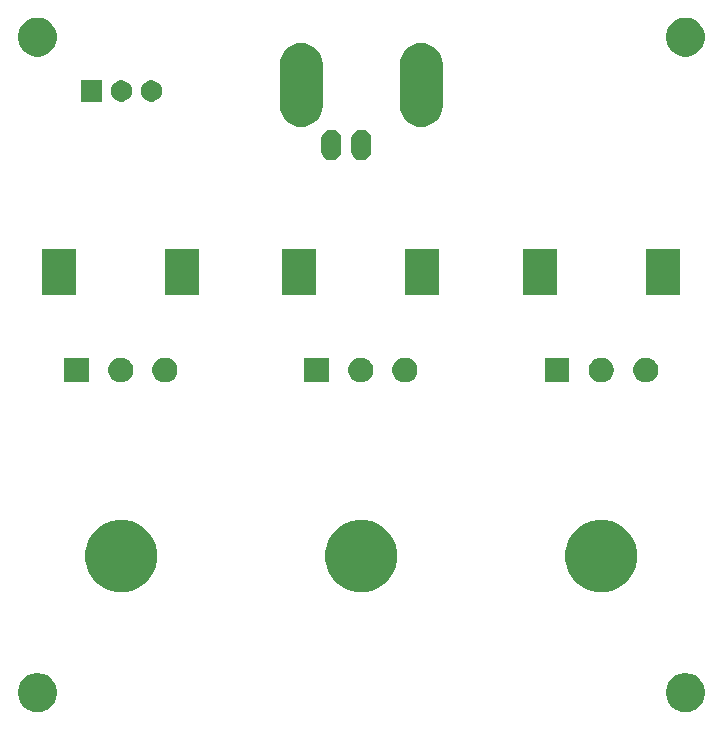
<source format=gbr>
G04 #@! TF.GenerationSoftware,KiCad,Pcbnew,(5.1.5-0-10_14)*
G04 #@! TF.CreationDate,2020-03-13T23:12:58-07:00*
G04 #@! TF.ProjectId,SigGenAdapter,53696747-656e-4416-9461-707465722e6b,rev?*
G04 #@! TF.SameCoordinates,Original*
G04 #@! TF.FileFunction,Soldermask,Bot*
G04 #@! TF.FilePolarity,Negative*
%FSLAX46Y46*%
G04 Gerber Fmt 4.6, Leading zero omitted, Abs format (unit mm)*
G04 Created by KiCad (PCBNEW (5.1.5-0-10_14)) date 2020-03-13 23:12:58*
%MOMM*%
%LPD*%
G04 APERTURE LIST*
%ADD10C,0.100000*%
G04 APERTURE END LIST*
D10*
G36*
X125089256Y-111802298D02*
G01*
X125195579Y-111823447D01*
X125496042Y-111947903D01*
X125766451Y-112128585D01*
X125996415Y-112358549D01*
X126177097Y-112628958D01*
X126301553Y-112929421D01*
X126365000Y-113248391D01*
X126365000Y-113573609D01*
X126301553Y-113892579D01*
X126177097Y-114193042D01*
X125996415Y-114463451D01*
X125766451Y-114693415D01*
X125496042Y-114874097D01*
X125195579Y-114998553D01*
X125089256Y-115019702D01*
X124876611Y-115062000D01*
X124551389Y-115062000D01*
X124338744Y-115019702D01*
X124232421Y-114998553D01*
X123931958Y-114874097D01*
X123661549Y-114693415D01*
X123431585Y-114463451D01*
X123250903Y-114193042D01*
X123126447Y-113892579D01*
X123063000Y-113573609D01*
X123063000Y-113248391D01*
X123126447Y-112929421D01*
X123250903Y-112628958D01*
X123431585Y-112358549D01*
X123661549Y-112128585D01*
X123931958Y-111947903D01*
X124232421Y-111823447D01*
X124338744Y-111802298D01*
X124551389Y-111760000D01*
X124876611Y-111760000D01*
X125089256Y-111802298D01*
G37*
G36*
X70225256Y-111802298D02*
G01*
X70331579Y-111823447D01*
X70632042Y-111947903D01*
X70902451Y-112128585D01*
X71132415Y-112358549D01*
X71313097Y-112628958D01*
X71437553Y-112929421D01*
X71501000Y-113248391D01*
X71501000Y-113573609D01*
X71437553Y-113892579D01*
X71313097Y-114193042D01*
X71132415Y-114463451D01*
X70902451Y-114693415D01*
X70632042Y-114874097D01*
X70331579Y-114998553D01*
X70225256Y-115019702D01*
X70012611Y-115062000D01*
X69687389Y-115062000D01*
X69474744Y-115019702D01*
X69368421Y-114998553D01*
X69067958Y-114874097D01*
X68797549Y-114693415D01*
X68567585Y-114463451D01*
X68386903Y-114193042D01*
X68262447Y-113892579D01*
X68199000Y-113573609D01*
X68199000Y-113248391D01*
X68262447Y-112929421D01*
X68386903Y-112628958D01*
X68567585Y-112358549D01*
X68797549Y-112128585D01*
X69067958Y-111947903D01*
X69368421Y-111823447D01*
X69474744Y-111802298D01*
X69687389Y-111760000D01*
X70012611Y-111760000D01*
X70225256Y-111802298D01*
G37*
G36*
X118491943Y-98920248D02*
G01*
X119047189Y-99150238D01*
X119047190Y-99150239D01*
X119546899Y-99484134D01*
X119971866Y-99909101D01*
X119971867Y-99909103D01*
X120305762Y-100408811D01*
X120535752Y-100964057D01*
X120653000Y-101553501D01*
X120653000Y-102154499D01*
X120535752Y-102743943D01*
X120305762Y-103299189D01*
X120305761Y-103299190D01*
X119971866Y-103798899D01*
X119546899Y-104223866D01*
X119295347Y-104391948D01*
X119047189Y-104557762D01*
X118491943Y-104787752D01*
X117902499Y-104905000D01*
X117301501Y-104905000D01*
X116712057Y-104787752D01*
X116156811Y-104557762D01*
X115908653Y-104391948D01*
X115657101Y-104223866D01*
X115232134Y-103798899D01*
X114898239Y-103299190D01*
X114898238Y-103299189D01*
X114668248Y-102743943D01*
X114551000Y-102154499D01*
X114551000Y-101553501D01*
X114668248Y-100964057D01*
X114898238Y-100408811D01*
X115232133Y-99909103D01*
X115232134Y-99909101D01*
X115657101Y-99484134D01*
X116156810Y-99150239D01*
X116156811Y-99150238D01*
X116712057Y-98920248D01*
X117301501Y-98803000D01*
X117902499Y-98803000D01*
X118491943Y-98920248D01*
G37*
G36*
X98171943Y-98920248D02*
G01*
X98727189Y-99150238D01*
X98727190Y-99150239D01*
X99226899Y-99484134D01*
X99651866Y-99909101D01*
X99651867Y-99909103D01*
X99985762Y-100408811D01*
X100215752Y-100964057D01*
X100333000Y-101553501D01*
X100333000Y-102154499D01*
X100215752Y-102743943D01*
X99985762Y-103299189D01*
X99985761Y-103299190D01*
X99651866Y-103798899D01*
X99226899Y-104223866D01*
X98975347Y-104391948D01*
X98727189Y-104557762D01*
X98171943Y-104787752D01*
X97582499Y-104905000D01*
X96981501Y-104905000D01*
X96392057Y-104787752D01*
X95836811Y-104557762D01*
X95588653Y-104391948D01*
X95337101Y-104223866D01*
X94912134Y-103798899D01*
X94578239Y-103299190D01*
X94578238Y-103299189D01*
X94348248Y-102743943D01*
X94231000Y-102154499D01*
X94231000Y-101553501D01*
X94348248Y-100964057D01*
X94578238Y-100408811D01*
X94912133Y-99909103D01*
X94912134Y-99909101D01*
X95337101Y-99484134D01*
X95836810Y-99150239D01*
X95836811Y-99150238D01*
X96392057Y-98920248D01*
X96981501Y-98803000D01*
X97582499Y-98803000D01*
X98171943Y-98920248D01*
G37*
G36*
X77851943Y-98920248D02*
G01*
X78407189Y-99150238D01*
X78407190Y-99150239D01*
X78906899Y-99484134D01*
X79331866Y-99909101D01*
X79331867Y-99909103D01*
X79665762Y-100408811D01*
X79895752Y-100964057D01*
X80013000Y-101553501D01*
X80013000Y-102154499D01*
X79895752Y-102743943D01*
X79665762Y-103299189D01*
X79665761Y-103299190D01*
X79331866Y-103798899D01*
X78906899Y-104223866D01*
X78655347Y-104391948D01*
X78407189Y-104557762D01*
X77851943Y-104787752D01*
X77262499Y-104905000D01*
X76661501Y-104905000D01*
X76072057Y-104787752D01*
X75516811Y-104557762D01*
X75268653Y-104391948D01*
X75017101Y-104223866D01*
X74592134Y-103798899D01*
X74258239Y-103299190D01*
X74258238Y-103299189D01*
X74028248Y-102743943D01*
X73911000Y-102154499D01*
X73911000Y-101553501D01*
X74028248Y-100964057D01*
X74258238Y-100408811D01*
X74592133Y-99909103D01*
X74592134Y-99909101D01*
X75017101Y-99484134D01*
X75516810Y-99150239D01*
X75516811Y-99150238D01*
X76072057Y-98920248D01*
X76661501Y-98803000D01*
X77262499Y-98803000D01*
X77851943Y-98920248D01*
G37*
G36*
X94523000Y-87157000D02*
G01*
X92421000Y-87157000D01*
X92421000Y-85055000D01*
X94523000Y-85055000D01*
X94523000Y-87157000D01*
G37*
G36*
X80958564Y-85095389D02*
G01*
X81149833Y-85174615D01*
X81149835Y-85174616D01*
X81321973Y-85289635D01*
X81468365Y-85436027D01*
X81583385Y-85608167D01*
X81662611Y-85799436D01*
X81703000Y-86002484D01*
X81703000Y-86209516D01*
X81662611Y-86412564D01*
X81583385Y-86603833D01*
X81583384Y-86603835D01*
X81468365Y-86775973D01*
X81321973Y-86922365D01*
X81149835Y-87037384D01*
X81149834Y-87037385D01*
X81149833Y-87037385D01*
X80958564Y-87116611D01*
X80755516Y-87157000D01*
X80548484Y-87157000D01*
X80345436Y-87116611D01*
X80154167Y-87037385D01*
X80154166Y-87037385D01*
X80154165Y-87037384D01*
X79982027Y-86922365D01*
X79835635Y-86775973D01*
X79720616Y-86603835D01*
X79720615Y-86603833D01*
X79641389Y-86412564D01*
X79601000Y-86209516D01*
X79601000Y-86002484D01*
X79641389Y-85799436D01*
X79720615Y-85608167D01*
X79835635Y-85436027D01*
X79982027Y-85289635D01*
X80154165Y-85174616D01*
X80154167Y-85174615D01*
X80345436Y-85095389D01*
X80548484Y-85055000D01*
X80755516Y-85055000D01*
X80958564Y-85095389D01*
G37*
G36*
X77208564Y-85095389D02*
G01*
X77399833Y-85174615D01*
X77399835Y-85174616D01*
X77571973Y-85289635D01*
X77718365Y-85436027D01*
X77833385Y-85608167D01*
X77912611Y-85799436D01*
X77953000Y-86002484D01*
X77953000Y-86209516D01*
X77912611Y-86412564D01*
X77833385Y-86603833D01*
X77833384Y-86603835D01*
X77718365Y-86775973D01*
X77571973Y-86922365D01*
X77399835Y-87037384D01*
X77399834Y-87037385D01*
X77399833Y-87037385D01*
X77208564Y-87116611D01*
X77005516Y-87157000D01*
X76798484Y-87157000D01*
X76595436Y-87116611D01*
X76404167Y-87037385D01*
X76404166Y-87037385D01*
X76404165Y-87037384D01*
X76232027Y-86922365D01*
X76085635Y-86775973D01*
X75970616Y-86603835D01*
X75970615Y-86603833D01*
X75891389Y-86412564D01*
X75851000Y-86209516D01*
X75851000Y-86002484D01*
X75891389Y-85799436D01*
X75970615Y-85608167D01*
X76085635Y-85436027D01*
X76232027Y-85289635D01*
X76404165Y-85174616D01*
X76404167Y-85174615D01*
X76595436Y-85095389D01*
X76798484Y-85055000D01*
X77005516Y-85055000D01*
X77208564Y-85095389D01*
G37*
G36*
X74203000Y-87157000D02*
G01*
X72101000Y-87157000D01*
X72101000Y-85055000D01*
X74203000Y-85055000D01*
X74203000Y-87157000D01*
G37*
G36*
X101278564Y-85095389D02*
G01*
X101469833Y-85174615D01*
X101469835Y-85174616D01*
X101641973Y-85289635D01*
X101788365Y-85436027D01*
X101903385Y-85608167D01*
X101982611Y-85799436D01*
X102023000Y-86002484D01*
X102023000Y-86209516D01*
X101982611Y-86412564D01*
X101903385Y-86603833D01*
X101903384Y-86603835D01*
X101788365Y-86775973D01*
X101641973Y-86922365D01*
X101469835Y-87037384D01*
X101469834Y-87037385D01*
X101469833Y-87037385D01*
X101278564Y-87116611D01*
X101075516Y-87157000D01*
X100868484Y-87157000D01*
X100665436Y-87116611D01*
X100474167Y-87037385D01*
X100474166Y-87037385D01*
X100474165Y-87037384D01*
X100302027Y-86922365D01*
X100155635Y-86775973D01*
X100040616Y-86603835D01*
X100040615Y-86603833D01*
X99961389Y-86412564D01*
X99921000Y-86209516D01*
X99921000Y-86002484D01*
X99961389Y-85799436D01*
X100040615Y-85608167D01*
X100155635Y-85436027D01*
X100302027Y-85289635D01*
X100474165Y-85174616D01*
X100474167Y-85174615D01*
X100665436Y-85095389D01*
X100868484Y-85055000D01*
X101075516Y-85055000D01*
X101278564Y-85095389D01*
G37*
G36*
X97528564Y-85095389D02*
G01*
X97719833Y-85174615D01*
X97719835Y-85174616D01*
X97891973Y-85289635D01*
X98038365Y-85436027D01*
X98153385Y-85608167D01*
X98232611Y-85799436D01*
X98273000Y-86002484D01*
X98273000Y-86209516D01*
X98232611Y-86412564D01*
X98153385Y-86603833D01*
X98153384Y-86603835D01*
X98038365Y-86775973D01*
X97891973Y-86922365D01*
X97719835Y-87037384D01*
X97719834Y-87037385D01*
X97719833Y-87037385D01*
X97528564Y-87116611D01*
X97325516Y-87157000D01*
X97118484Y-87157000D01*
X96915436Y-87116611D01*
X96724167Y-87037385D01*
X96724166Y-87037385D01*
X96724165Y-87037384D01*
X96552027Y-86922365D01*
X96405635Y-86775973D01*
X96290616Y-86603835D01*
X96290615Y-86603833D01*
X96211389Y-86412564D01*
X96171000Y-86209516D01*
X96171000Y-86002484D01*
X96211389Y-85799436D01*
X96290615Y-85608167D01*
X96405635Y-85436027D01*
X96552027Y-85289635D01*
X96724165Y-85174616D01*
X96724167Y-85174615D01*
X96915436Y-85095389D01*
X97118484Y-85055000D01*
X97325516Y-85055000D01*
X97528564Y-85095389D01*
G37*
G36*
X114903000Y-87157000D02*
G01*
X112801000Y-87157000D01*
X112801000Y-85055000D01*
X114903000Y-85055000D01*
X114903000Y-87157000D01*
G37*
G36*
X117908564Y-85095389D02*
G01*
X118099833Y-85174615D01*
X118099835Y-85174616D01*
X118271973Y-85289635D01*
X118418365Y-85436027D01*
X118533385Y-85608167D01*
X118612611Y-85799436D01*
X118653000Y-86002484D01*
X118653000Y-86209516D01*
X118612611Y-86412564D01*
X118533385Y-86603833D01*
X118533384Y-86603835D01*
X118418365Y-86775973D01*
X118271973Y-86922365D01*
X118099835Y-87037384D01*
X118099834Y-87037385D01*
X118099833Y-87037385D01*
X117908564Y-87116611D01*
X117705516Y-87157000D01*
X117498484Y-87157000D01*
X117295436Y-87116611D01*
X117104167Y-87037385D01*
X117104166Y-87037385D01*
X117104165Y-87037384D01*
X116932027Y-86922365D01*
X116785635Y-86775973D01*
X116670616Y-86603835D01*
X116670615Y-86603833D01*
X116591389Y-86412564D01*
X116551000Y-86209516D01*
X116551000Y-86002484D01*
X116591389Y-85799436D01*
X116670615Y-85608167D01*
X116785635Y-85436027D01*
X116932027Y-85289635D01*
X117104165Y-85174616D01*
X117104167Y-85174615D01*
X117295436Y-85095389D01*
X117498484Y-85055000D01*
X117705516Y-85055000D01*
X117908564Y-85095389D01*
G37*
G36*
X121658564Y-85095389D02*
G01*
X121849833Y-85174615D01*
X121849835Y-85174616D01*
X122021973Y-85289635D01*
X122168365Y-85436027D01*
X122283385Y-85608167D01*
X122362611Y-85799436D01*
X122403000Y-86002484D01*
X122403000Y-86209516D01*
X122362611Y-86412564D01*
X122283385Y-86603833D01*
X122283384Y-86603835D01*
X122168365Y-86775973D01*
X122021973Y-86922365D01*
X121849835Y-87037384D01*
X121849834Y-87037385D01*
X121849833Y-87037385D01*
X121658564Y-87116611D01*
X121455516Y-87157000D01*
X121248484Y-87157000D01*
X121045436Y-87116611D01*
X120854167Y-87037385D01*
X120854166Y-87037385D01*
X120854165Y-87037384D01*
X120682027Y-86922365D01*
X120535635Y-86775973D01*
X120420616Y-86603835D01*
X120420615Y-86603833D01*
X120341389Y-86412564D01*
X120301000Y-86209516D01*
X120301000Y-86002484D01*
X120341389Y-85799436D01*
X120420615Y-85608167D01*
X120535635Y-85436027D01*
X120682027Y-85289635D01*
X120854165Y-85174616D01*
X120854167Y-85174615D01*
X121045436Y-85095389D01*
X121248484Y-85055000D01*
X121455516Y-85055000D01*
X121658564Y-85095389D01*
G37*
G36*
X124253000Y-79732000D02*
G01*
X121351000Y-79732000D01*
X121351000Y-75830000D01*
X124253000Y-75830000D01*
X124253000Y-79732000D01*
G37*
G36*
X113853000Y-79732000D02*
G01*
X110951000Y-79732000D01*
X110951000Y-75830000D01*
X113853000Y-75830000D01*
X113853000Y-79732000D01*
G37*
G36*
X103873000Y-79732000D02*
G01*
X100971000Y-79732000D01*
X100971000Y-75830000D01*
X103873000Y-75830000D01*
X103873000Y-79732000D01*
G37*
G36*
X93473000Y-79732000D02*
G01*
X90571000Y-79732000D01*
X90571000Y-75830000D01*
X93473000Y-75830000D01*
X93473000Y-79732000D01*
G37*
G36*
X83553000Y-79732000D02*
G01*
X80651000Y-79732000D01*
X80651000Y-75830000D01*
X83553000Y-75830000D01*
X83553000Y-79732000D01*
G37*
G36*
X73153000Y-79732000D02*
G01*
X70251000Y-79732000D01*
X70251000Y-75830000D01*
X73153000Y-75830000D01*
X73153000Y-79732000D01*
G37*
G36*
X94908822Y-65767313D02*
G01*
X95069241Y-65815976D01*
X95217077Y-65894995D01*
X95346659Y-66001341D01*
X95453004Y-66130922D01*
X95453005Y-66130924D01*
X95532024Y-66278758D01*
X95580687Y-66439177D01*
X95593000Y-66564196D01*
X95593000Y-67547803D01*
X95580687Y-67672823D01*
X95532024Y-67833242D01*
X95461114Y-67965906D01*
X95453004Y-67981078D01*
X95346659Y-68110659D01*
X95217078Y-68217004D01*
X95217076Y-68217005D01*
X95069242Y-68296024D01*
X94908823Y-68344687D01*
X94742000Y-68361117D01*
X94575178Y-68344687D01*
X94414759Y-68296024D01*
X94266925Y-68217005D01*
X94266923Y-68217004D01*
X94137342Y-68110659D01*
X94030997Y-67981078D01*
X94022887Y-67965906D01*
X93951977Y-67833242D01*
X93903314Y-67672823D01*
X93891000Y-67547803D01*
X93891000Y-66564197D01*
X93903313Y-66439178D01*
X93951976Y-66278759D01*
X94030995Y-66130923D01*
X94137341Y-66001341D01*
X94266922Y-65894996D01*
X94282094Y-65886886D01*
X94414758Y-65815976D01*
X94575177Y-65767313D01*
X94742000Y-65750883D01*
X94908822Y-65767313D01*
G37*
G36*
X97448822Y-65767313D02*
G01*
X97609241Y-65815976D01*
X97757077Y-65894995D01*
X97886659Y-66001341D01*
X97993004Y-66130922D01*
X97993005Y-66130924D01*
X98072024Y-66278758D01*
X98120687Y-66439177D01*
X98133000Y-66564196D01*
X98133000Y-67547803D01*
X98120687Y-67672823D01*
X98072024Y-67833242D01*
X98001114Y-67965906D01*
X97993004Y-67981078D01*
X97886659Y-68110659D01*
X97757078Y-68217004D01*
X97757076Y-68217005D01*
X97609242Y-68296024D01*
X97448823Y-68344687D01*
X97282000Y-68361117D01*
X97115178Y-68344687D01*
X96954759Y-68296024D01*
X96806925Y-68217005D01*
X96806923Y-68217004D01*
X96677342Y-68110659D01*
X96570997Y-67981078D01*
X96562887Y-67965906D01*
X96491977Y-67833242D01*
X96443314Y-67672823D01*
X96431000Y-67547803D01*
X96431000Y-66564197D01*
X96443313Y-66439178D01*
X96491976Y-66278759D01*
X96570995Y-66130923D01*
X96677341Y-66001341D01*
X96806922Y-65894996D01*
X96822094Y-65886886D01*
X96954758Y-65815976D01*
X97115177Y-65767313D01*
X97282000Y-65750883D01*
X97448822Y-65767313D01*
G37*
G36*
X102715057Y-58451059D02*
G01*
X103054547Y-58554042D01*
X103054549Y-58554043D01*
X103367423Y-58721277D01*
X103641661Y-58946339D01*
X103845252Y-59194415D01*
X103866722Y-59220577D01*
X104033958Y-59533452D01*
X104136941Y-59872942D01*
X104163000Y-60137525D01*
X104163000Y-63814475D01*
X104136941Y-64079058D01*
X104033958Y-64418548D01*
X104033957Y-64418550D01*
X103866723Y-64731422D01*
X103641661Y-65005661D01*
X103367422Y-65230723D01*
X103054550Y-65397957D01*
X103054548Y-65397958D01*
X102715058Y-65500941D01*
X102362000Y-65535714D01*
X102008943Y-65500941D01*
X101669453Y-65397958D01*
X101669451Y-65397957D01*
X101356579Y-65230723D01*
X101082340Y-65005661D01*
X100857278Y-64731422D01*
X100690044Y-64418550D01*
X100690043Y-64418548D01*
X100587060Y-64079058D01*
X100561001Y-63814475D01*
X100561000Y-60137526D01*
X100587059Y-59872943D01*
X100690042Y-59533453D01*
X100708162Y-59499553D01*
X100857277Y-59220577D01*
X101082339Y-58946339D01*
X101356578Y-58721277D01*
X101669450Y-58554043D01*
X101669452Y-58554042D01*
X102008942Y-58451059D01*
X102362000Y-58416286D01*
X102715057Y-58451059D01*
G37*
G36*
X92555057Y-58451059D02*
G01*
X92894547Y-58554042D01*
X92894549Y-58554043D01*
X93207423Y-58721277D01*
X93481661Y-58946339D01*
X93685252Y-59194415D01*
X93706722Y-59220577D01*
X93873958Y-59533452D01*
X93976941Y-59872942D01*
X94003000Y-60137525D01*
X94003000Y-63814475D01*
X93976941Y-64079058D01*
X93873958Y-64418548D01*
X93873957Y-64418550D01*
X93706723Y-64731422D01*
X93481661Y-65005661D01*
X93207422Y-65230723D01*
X92894550Y-65397957D01*
X92894548Y-65397958D01*
X92555058Y-65500941D01*
X92202000Y-65535714D01*
X91848943Y-65500941D01*
X91509453Y-65397958D01*
X91509451Y-65397957D01*
X91196579Y-65230723D01*
X90922340Y-65005661D01*
X90697278Y-64731422D01*
X90530044Y-64418550D01*
X90530043Y-64418548D01*
X90427060Y-64079058D01*
X90401001Y-63814475D01*
X90401000Y-60137526D01*
X90427059Y-59872943D01*
X90530042Y-59533453D01*
X90548162Y-59499553D01*
X90697277Y-59220577D01*
X90922339Y-58946339D01*
X91196578Y-58721277D01*
X91509450Y-58554043D01*
X91509452Y-58554042D01*
X91848942Y-58451059D01*
X92202000Y-58416286D01*
X92555057Y-58451059D01*
G37*
G36*
X77075512Y-61587927D02*
G01*
X77224812Y-61617624D01*
X77388784Y-61685544D01*
X77536354Y-61784147D01*
X77661853Y-61909646D01*
X77760456Y-62057216D01*
X77828376Y-62221188D01*
X77863000Y-62395259D01*
X77863000Y-62572741D01*
X77828376Y-62746812D01*
X77760456Y-62910784D01*
X77661853Y-63058354D01*
X77536354Y-63183853D01*
X77388784Y-63282456D01*
X77224812Y-63350376D01*
X77075512Y-63380073D01*
X77050742Y-63385000D01*
X76873258Y-63385000D01*
X76848488Y-63380073D01*
X76699188Y-63350376D01*
X76535216Y-63282456D01*
X76387646Y-63183853D01*
X76262147Y-63058354D01*
X76163544Y-62910784D01*
X76095624Y-62746812D01*
X76061000Y-62572741D01*
X76061000Y-62395259D01*
X76095624Y-62221188D01*
X76163544Y-62057216D01*
X76262147Y-61909646D01*
X76387646Y-61784147D01*
X76535216Y-61685544D01*
X76699188Y-61617624D01*
X76848488Y-61587927D01*
X76873258Y-61583000D01*
X77050742Y-61583000D01*
X77075512Y-61587927D01*
G37*
G36*
X75323000Y-63385000D02*
G01*
X73521000Y-63385000D01*
X73521000Y-61583000D01*
X75323000Y-61583000D01*
X75323000Y-63385000D01*
G37*
G36*
X79615512Y-61587927D02*
G01*
X79764812Y-61617624D01*
X79928784Y-61685544D01*
X80076354Y-61784147D01*
X80201853Y-61909646D01*
X80300456Y-62057216D01*
X80368376Y-62221188D01*
X80403000Y-62395259D01*
X80403000Y-62572741D01*
X80368376Y-62746812D01*
X80300456Y-62910784D01*
X80201853Y-63058354D01*
X80076354Y-63183853D01*
X79928784Y-63282456D01*
X79764812Y-63350376D01*
X79615512Y-63380073D01*
X79590742Y-63385000D01*
X79413258Y-63385000D01*
X79388488Y-63380073D01*
X79239188Y-63350376D01*
X79075216Y-63282456D01*
X78927646Y-63183853D01*
X78802147Y-63058354D01*
X78703544Y-62910784D01*
X78635624Y-62746812D01*
X78601000Y-62572741D01*
X78601000Y-62395259D01*
X78635624Y-62221188D01*
X78703544Y-62057216D01*
X78802147Y-61909646D01*
X78927646Y-61784147D01*
X79075216Y-61685544D01*
X79239188Y-61617624D01*
X79388488Y-61587927D01*
X79413258Y-61583000D01*
X79590742Y-61583000D01*
X79615512Y-61587927D01*
G37*
G36*
X125089256Y-56303298D02*
G01*
X125195579Y-56324447D01*
X125496042Y-56448903D01*
X125766451Y-56629585D01*
X125996415Y-56859549D01*
X126177097Y-57129958D01*
X126301553Y-57430421D01*
X126365000Y-57749391D01*
X126365000Y-58074609D01*
X126301553Y-58393579D01*
X126177097Y-58694042D01*
X125996415Y-58964451D01*
X125766451Y-59194415D01*
X125496042Y-59375097D01*
X125195579Y-59499553D01*
X125089256Y-59520702D01*
X124876611Y-59563000D01*
X124551389Y-59563000D01*
X124338744Y-59520702D01*
X124232421Y-59499553D01*
X123931958Y-59375097D01*
X123661549Y-59194415D01*
X123431585Y-58964451D01*
X123250903Y-58694042D01*
X123126447Y-58393579D01*
X123063000Y-58074609D01*
X123063000Y-57749391D01*
X123126447Y-57430421D01*
X123250903Y-57129958D01*
X123431585Y-56859549D01*
X123661549Y-56629585D01*
X123931958Y-56448903D01*
X124232421Y-56324447D01*
X124338744Y-56303298D01*
X124551389Y-56261000D01*
X124876611Y-56261000D01*
X125089256Y-56303298D01*
G37*
G36*
X70225256Y-56303298D02*
G01*
X70331579Y-56324447D01*
X70632042Y-56448903D01*
X70902451Y-56629585D01*
X71132415Y-56859549D01*
X71313097Y-57129958D01*
X71437553Y-57430421D01*
X71501000Y-57749391D01*
X71501000Y-58074609D01*
X71437553Y-58393579D01*
X71313097Y-58694042D01*
X71132415Y-58964451D01*
X70902451Y-59194415D01*
X70632042Y-59375097D01*
X70331579Y-59499553D01*
X70225256Y-59520702D01*
X70012611Y-59563000D01*
X69687389Y-59563000D01*
X69474744Y-59520702D01*
X69368421Y-59499553D01*
X69067958Y-59375097D01*
X68797549Y-59194415D01*
X68567585Y-58964451D01*
X68386903Y-58694042D01*
X68262447Y-58393579D01*
X68199000Y-58074609D01*
X68199000Y-57749391D01*
X68262447Y-57430421D01*
X68386903Y-57129958D01*
X68567585Y-56859549D01*
X68797549Y-56629585D01*
X69067958Y-56448903D01*
X69368421Y-56324447D01*
X69474744Y-56303298D01*
X69687389Y-56261000D01*
X70012611Y-56261000D01*
X70225256Y-56303298D01*
G37*
M02*

</source>
